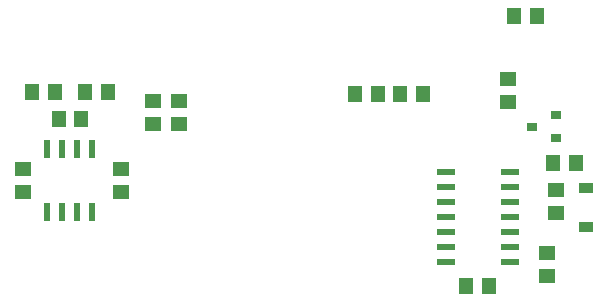
<source format=gbr>
G04 #@! TF.GenerationSoftware,KiCad,Pcbnew,(5.0.0-rc2-dev-586-g888c43477)*
G04 #@! TF.CreationDate,2018-06-04T00:56:57-03:00*
G04 #@! TF.ProjectId,Signal,5369676E616C2E6B696361645F706362,rev?*
G04 #@! TF.SameCoordinates,Original*
G04 #@! TF.FileFunction,Paste,Bot*
G04 #@! TF.FilePolarity,Positive*
%FSLAX46Y46*%
G04 Gerber Fmt 4.6, Leading zero omitted, Abs format (unit mm)*
G04 Created by KiCad (PCBNEW (5.0.0-rc2-dev-586-g888c43477)) date 06/04/18 00:56:57*
%MOMM*%
%LPD*%
G01*
G04 APERTURE LIST*
%ADD10R,1.400000X1.295000*%
%ADD11R,1.295000X1.400000*%
%ADD12R,0.600000X1.550000*%
%ADD13R,0.900000X0.800000*%
%ADD14R,1.200000X0.900000*%
%ADD15R,1.500000X0.600000*%
G04 APERTURE END LIST*
D10*
X38000000Y-23782500D03*
X38000000Y-25717500D03*
D11*
X31967500Y-25250000D03*
X30032500Y-25250000D03*
X29717500Y-23000000D03*
X27782500Y-23000000D03*
X32282500Y-23000000D03*
X34217500Y-23000000D03*
D10*
X35306000Y-31447500D03*
X35306000Y-29512500D03*
D12*
X29083000Y-27780000D03*
X30353000Y-27780000D03*
X31623000Y-27780000D03*
X32893000Y-27780000D03*
X32893000Y-33180000D03*
X31623000Y-33180000D03*
X30353000Y-33180000D03*
X29083000Y-33180000D03*
D10*
X40250000Y-25717500D03*
X40250000Y-23782500D03*
X27000000Y-31467500D03*
X27000000Y-29532500D03*
D13*
X72120000Y-24958000D03*
X72120000Y-26858000D03*
X70120000Y-25908000D03*
D10*
X72136000Y-33225500D03*
X72136000Y-31290500D03*
D11*
X64564500Y-39370000D03*
X66499500Y-39370000D03*
D14*
X74676000Y-31116000D03*
X74676000Y-34416000D03*
D10*
X71374000Y-36624500D03*
X71374000Y-38559500D03*
D11*
X68628500Y-16510000D03*
X70563500Y-16510000D03*
X71930500Y-28956000D03*
X73865500Y-28956000D03*
D10*
X68072000Y-23827500D03*
X68072000Y-21892500D03*
D11*
X58976500Y-23114000D03*
X60911500Y-23114000D03*
X57101500Y-23114000D03*
X55166500Y-23114000D03*
D15*
X62832000Y-37338000D03*
X62832000Y-36068000D03*
X62832000Y-34798000D03*
X62832000Y-33528000D03*
X62832000Y-32258000D03*
X62832000Y-30988000D03*
X62832000Y-29718000D03*
X68232000Y-29718000D03*
X68232000Y-30988000D03*
X68232000Y-32258000D03*
X68232000Y-33528000D03*
X68232000Y-34798000D03*
X68232000Y-36068000D03*
X68232000Y-37338000D03*
M02*

</source>
